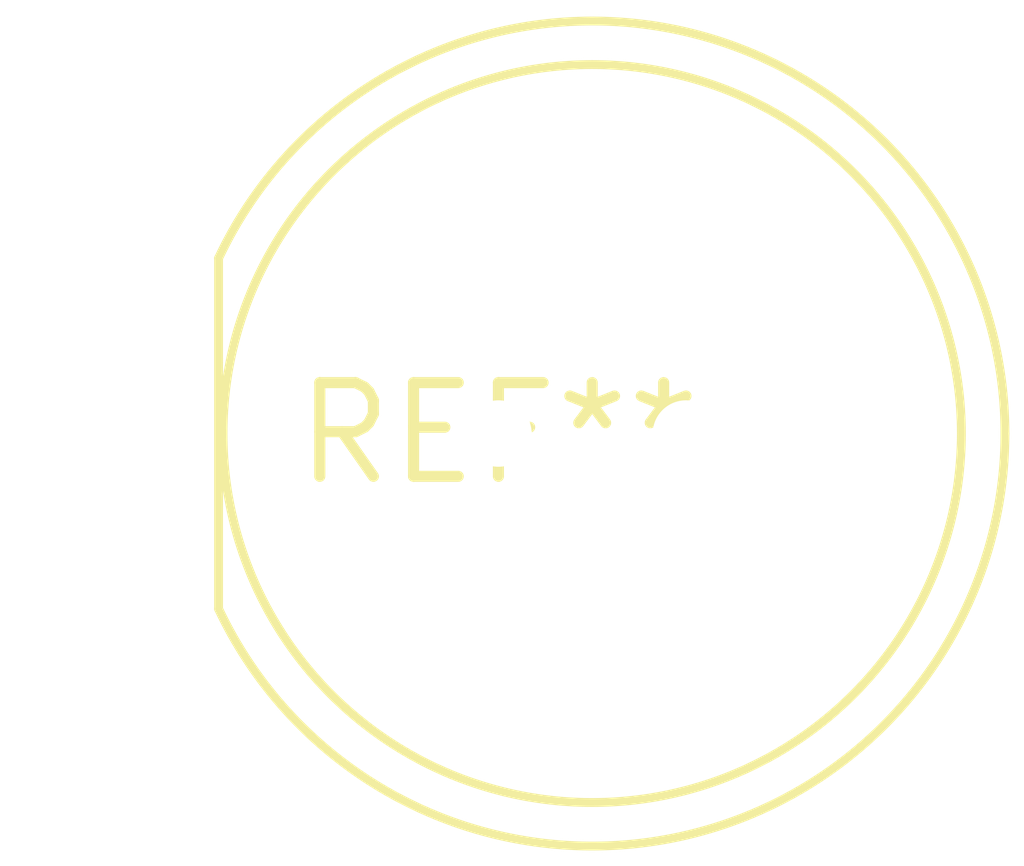
<source format=kicad_pcb>
(kicad_pcb (version 20240108) (generator pcbnew)
  (layers (0 "F.Cu" signal) (31 "B.Cu" signal) (34 "B.Paste" user) (35 "F.Paste" user) (36 "B.SilkS" user "B.Silkscreen") (37 "F.SilkS" user "F.Silkscreen") (38 "B.Mask" user) (39 "F.Mask" user) (44 "Edge.Cuts" user))
  (net 0 "")
  (footprint "LED_D10.0mm" (layer "F.Cu") (at 0 0)
    (property "Reference" "REF**")
    (property "Value" "LED_D10.0mm")
    (fp_line (start -3.79 -2.376) (end -3.79 2.376) (layer "F.SilkS") (stroke (width 0.12)))
    (fp_arc (start -3.79 -2.375816) (mid 2.484794 -5.456407) (end 6.859998 -0.004741) (layer "F.SilkS") (stroke (width 0.12)))
    (fp_arc (start 6.859998 0.004741) (mid 2.484794 5.456407) (end -3.79 2.375816) (layer "F.SilkS") (stroke (width 0.12)))
    (fp_circle (center 1.27 0) (end 6.27 0) (layer "F.SilkS") (stroke (width 0.12)) (fill none))
    (pad "1" thru_hole rect (at 0 0) (size 1.8 1.8) (drill 0.9) (layers *.Cu *.Mask) (remove_unused_layers))
    (pad "2" thru_hole circle (at 2.54 0) (size 1.8 1.8) (drill 0.9) (layers *.Cu *.Mask) (remove_unused_layers))
  )
)
</source>
